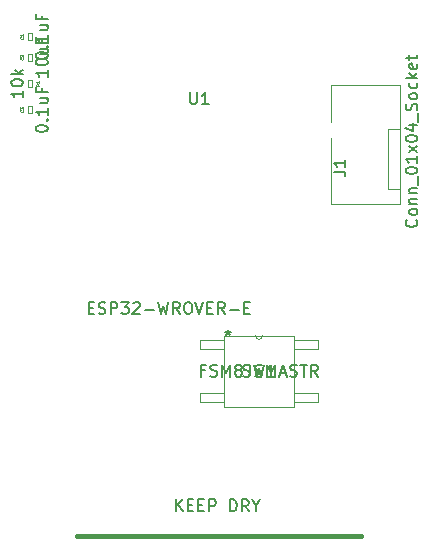
<source format=gbr>
G04 #@! TF.GenerationSoftware,KiCad,Pcbnew,7.0.8*
G04 #@! TF.CreationDate,2024-01-24T14:29:51-05:00*
G04 #@! TF.ProjectId,ESP32 Soil Moisture Sensor,45535033-3220-4536-9f69-6c204d6f6973,rev?*
G04 #@! TF.SameCoordinates,Original*
G04 #@! TF.FileFunction,AssemblyDrawing,Top*
%FSLAX46Y46*%
G04 Gerber Fmt 4.6, Leading zero omitted, Abs format (unit mm)*
G04 Created by KiCad (PCBNEW 7.0.8) date 2024-01-24 14:29:51*
%MOMM*%
%LPD*%
G01*
G04 APERTURE LIST*
%ADD10C,0.200000*%
%ADD11C,0.400000*%
%ADD12C,0.150000*%
%ADD13C,0.040000*%
%ADD14C,0.025400*%
%ADD15C,0.100000*%
G04 APERTURE END LIST*
D10*
X145369673Y-109867219D02*
X145369673Y-108867219D01*
X145941101Y-109867219D02*
X145512530Y-109295790D01*
X145941101Y-108867219D02*
X145369673Y-109438647D01*
X146369673Y-109343409D02*
X146703006Y-109343409D01*
X146845863Y-109867219D02*
X146369673Y-109867219D01*
X146369673Y-109867219D02*
X146369673Y-108867219D01*
X146369673Y-108867219D02*
X146845863Y-108867219D01*
X147274435Y-109343409D02*
X147607768Y-109343409D01*
X147750625Y-109867219D02*
X147274435Y-109867219D01*
X147274435Y-109867219D02*
X147274435Y-108867219D01*
X147274435Y-108867219D02*
X147750625Y-108867219D01*
X148179197Y-109867219D02*
X148179197Y-108867219D01*
X148179197Y-108867219D02*
X148560149Y-108867219D01*
X148560149Y-108867219D02*
X148655387Y-108914838D01*
X148655387Y-108914838D02*
X148703006Y-108962457D01*
X148703006Y-108962457D02*
X148750625Y-109057695D01*
X148750625Y-109057695D02*
X148750625Y-109200552D01*
X148750625Y-109200552D02*
X148703006Y-109295790D01*
X148703006Y-109295790D02*
X148655387Y-109343409D01*
X148655387Y-109343409D02*
X148560149Y-109391028D01*
X148560149Y-109391028D02*
X148179197Y-109391028D01*
X149941102Y-109867219D02*
X149941102Y-108867219D01*
X149941102Y-108867219D02*
X150179197Y-108867219D01*
X150179197Y-108867219D02*
X150322054Y-108914838D01*
X150322054Y-108914838D02*
X150417292Y-109010076D01*
X150417292Y-109010076D02*
X150464911Y-109105314D01*
X150464911Y-109105314D02*
X150512530Y-109295790D01*
X150512530Y-109295790D02*
X150512530Y-109438647D01*
X150512530Y-109438647D02*
X150464911Y-109629123D01*
X150464911Y-109629123D02*
X150417292Y-109724361D01*
X150417292Y-109724361D02*
X150322054Y-109819600D01*
X150322054Y-109819600D02*
X150179197Y-109867219D01*
X150179197Y-109867219D02*
X149941102Y-109867219D01*
X151512530Y-109867219D02*
X151179197Y-109391028D01*
X150941102Y-109867219D02*
X150941102Y-108867219D01*
X150941102Y-108867219D02*
X151322054Y-108867219D01*
X151322054Y-108867219D02*
X151417292Y-108914838D01*
X151417292Y-108914838D02*
X151464911Y-108962457D01*
X151464911Y-108962457D02*
X151512530Y-109057695D01*
X151512530Y-109057695D02*
X151512530Y-109200552D01*
X151512530Y-109200552D02*
X151464911Y-109295790D01*
X151464911Y-109295790D02*
X151417292Y-109343409D01*
X151417292Y-109343409D02*
X151322054Y-109391028D01*
X151322054Y-109391028D02*
X150941102Y-109391028D01*
X152131578Y-109391028D02*
X152131578Y-109867219D01*
X151798245Y-108867219D02*
X152131578Y-109391028D01*
X152131578Y-109391028D02*
X152464911Y-108867219D01*
D11*
X137000000Y-112000000D02*
X161000000Y-112000000D01*
D12*
X147804761Y-97931009D02*
X147471428Y-97931009D01*
X147471428Y-98454819D02*
X147471428Y-97454819D01*
X147471428Y-97454819D02*
X147947618Y-97454819D01*
X148280952Y-98407200D02*
X148423809Y-98454819D01*
X148423809Y-98454819D02*
X148661904Y-98454819D01*
X148661904Y-98454819D02*
X148757142Y-98407200D01*
X148757142Y-98407200D02*
X148804761Y-98359580D01*
X148804761Y-98359580D02*
X148852380Y-98264342D01*
X148852380Y-98264342D02*
X148852380Y-98169104D01*
X148852380Y-98169104D02*
X148804761Y-98073866D01*
X148804761Y-98073866D02*
X148757142Y-98026247D01*
X148757142Y-98026247D02*
X148661904Y-97978628D01*
X148661904Y-97978628D02*
X148471428Y-97931009D01*
X148471428Y-97931009D02*
X148376190Y-97883390D01*
X148376190Y-97883390D02*
X148328571Y-97835771D01*
X148328571Y-97835771D02*
X148280952Y-97740533D01*
X148280952Y-97740533D02*
X148280952Y-97645295D01*
X148280952Y-97645295D02*
X148328571Y-97550057D01*
X148328571Y-97550057D02*
X148376190Y-97502438D01*
X148376190Y-97502438D02*
X148471428Y-97454819D01*
X148471428Y-97454819D02*
X148709523Y-97454819D01*
X148709523Y-97454819D02*
X148852380Y-97502438D01*
X149280952Y-98454819D02*
X149280952Y-97454819D01*
X149280952Y-97454819D02*
X149614285Y-98169104D01*
X149614285Y-98169104D02*
X149947618Y-97454819D01*
X149947618Y-97454819D02*
X149947618Y-98454819D01*
X150566666Y-97883390D02*
X150471428Y-97835771D01*
X150471428Y-97835771D02*
X150423809Y-97788152D01*
X150423809Y-97788152D02*
X150376190Y-97692914D01*
X150376190Y-97692914D02*
X150376190Y-97645295D01*
X150376190Y-97645295D02*
X150423809Y-97550057D01*
X150423809Y-97550057D02*
X150471428Y-97502438D01*
X150471428Y-97502438D02*
X150566666Y-97454819D01*
X150566666Y-97454819D02*
X150757142Y-97454819D01*
X150757142Y-97454819D02*
X150852380Y-97502438D01*
X150852380Y-97502438D02*
X150899999Y-97550057D01*
X150899999Y-97550057D02*
X150947618Y-97645295D01*
X150947618Y-97645295D02*
X150947618Y-97692914D01*
X150947618Y-97692914D02*
X150899999Y-97788152D01*
X150899999Y-97788152D02*
X150852380Y-97835771D01*
X150852380Y-97835771D02*
X150757142Y-97883390D01*
X150757142Y-97883390D02*
X150566666Y-97883390D01*
X150566666Y-97883390D02*
X150471428Y-97931009D01*
X150471428Y-97931009D02*
X150423809Y-97978628D01*
X150423809Y-97978628D02*
X150376190Y-98073866D01*
X150376190Y-98073866D02*
X150376190Y-98264342D01*
X150376190Y-98264342D02*
X150423809Y-98359580D01*
X150423809Y-98359580D02*
X150471428Y-98407200D01*
X150471428Y-98407200D02*
X150566666Y-98454819D01*
X150566666Y-98454819D02*
X150757142Y-98454819D01*
X150757142Y-98454819D02*
X150852380Y-98407200D01*
X150852380Y-98407200D02*
X150899999Y-98359580D01*
X150899999Y-98359580D02*
X150947618Y-98264342D01*
X150947618Y-98264342D02*
X150947618Y-98073866D01*
X150947618Y-98073866D02*
X150899999Y-97978628D01*
X150899999Y-97978628D02*
X150852380Y-97931009D01*
X150852380Y-97931009D02*
X150757142Y-97883390D01*
X151661904Y-97454819D02*
X151661904Y-98169104D01*
X151661904Y-98169104D02*
X151614285Y-98311961D01*
X151614285Y-98311961D02*
X151519047Y-98407200D01*
X151519047Y-98407200D02*
X151376190Y-98454819D01*
X151376190Y-98454819D02*
X151280952Y-98454819D01*
X152090476Y-98407200D02*
X152233333Y-98454819D01*
X152233333Y-98454819D02*
X152471428Y-98454819D01*
X152471428Y-98454819D02*
X152566666Y-98407200D01*
X152566666Y-98407200D02*
X152614285Y-98359580D01*
X152614285Y-98359580D02*
X152661904Y-98264342D01*
X152661904Y-98264342D02*
X152661904Y-98169104D01*
X152661904Y-98169104D02*
X152614285Y-98073866D01*
X152614285Y-98073866D02*
X152566666Y-98026247D01*
X152566666Y-98026247D02*
X152471428Y-97978628D01*
X152471428Y-97978628D02*
X152280952Y-97931009D01*
X152280952Y-97931009D02*
X152185714Y-97883390D01*
X152185714Y-97883390D02*
X152138095Y-97835771D01*
X152138095Y-97835771D02*
X152090476Y-97740533D01*
X152090476Y-97740533D02*
X152090476Y-97645295D01*
X152090476Y-97645295D02*
X152138095Y-97550057D01*
X152138095Y-97550057D02*
X152185714Y-97502438D01*
X152185714Y-97502438D02*
X152280952Y-97454819D01*
X152280952Y-97454819D02*
X152519047Y-97454819D01*
X152519047Y-97454819D02*
X152661904Y-97502438D01*
X153090476Y-98454819D02*
X153090476Y-97454819D01*
X153090476Y-97454819D02*
X153423809Y-98169104D01*
X153423809Y-98169104D02*
X153757142Y-97454819D01*
X153757142Y-97454819D02*
X153757142Y-98454819D01*
X154185714Y-98169104D02*
X154661904Y-98169104D01*
X154090476Y-98454819D02*
X154423809Y-97454819D01*
X154423809Y-97454819D02*
X154757142Y-98454819D01*
X155042857Y-98407200D02*
X155185714Y-98454819D01*
X155185714Y-98454819D02*
X155423809Y-98454819D01*
X155423809Y-98454819D02*
X155519047Y-98407200D01*
X155519047Y-98407200D02*
X155566666Y-98359580D01*
X155566666Y-98359580D02*
X155614285Y-98264342D01*
X155614285Y-98264342D02*
X155614285Y-98169104D01*
X155614285Y-98169104D02*
X155566666Y-98073866D01*
X155566666Y-98073866D02*
X155519047Y-98026247D01*
X155519047Y-98026247D02*
X155423809Y-97978628D01*
X155423809Y-97978628D02*
X155233333Y-97931009D01*
X155233333Y-97931009D02*
X155138095Y-97883390D01*
X155138095Y-97883390D02*
X155090476Y-97835771D01*
X155090476Y-97835771D02*
X155042857Y-97740533D01*
X155042857Y-97740533D02*
X155042857Y-97645295D01*
X155042857Y-97645295D02*
X155090476Y-97550057D01*
X155090476Y-97550057D02*
X155138095Y-97502438D01*
X155138095Y-97502438D02*
X155233333Y-97454819D01*
X155233333Y-97454819D02*
X155471428Y-97454819D01*
X155471428Y-97454819D02*
X155614285Y-97502438D01*
X155900000Y-97454819D02*
X156471428Y-97454819D01*
X156185714Y-98454819D02*
X156185714Y-97454819D01*
X157376190Y-98454819D02*
X157042857Y-97978628D01*
X156804762Y-98454819D02*
X156804762Y-97454819D01*
X156804762Y-97454819D02*
X157185714Y-97454819D01*
X157185714Y-97454819D02*
X157280952Y-97502438D01*
X157280952Y-97502438D02*
X157328571Y-97550057D01*
X157328571Y-97550057D02*
X157376190Y-97645295D01*
X157376190Y-97645295D02*
X157376190Y-97788152D01*
X157376190Y-97788152D02*
X157328571Y-97883390D01*
X157328571Y-97883390D02*
X157280952Y-97931009D01*
X157280952Y-97931009D02*
X157185714Y-97978628D01*
X157185714Y-97978628D02*
X156804762Y-97978628D01*
X151066667Y-98407200D02*
X151209524Y-98454819D01*
X151209524Y-98454819D02*
X151447619Y-98454819D01*
X151447619Y-98454819D02*
X151542857Y-98407200D01*
X151542857Y-98407200D02*
X151590476Y-98359580D01*
X151590476Y-98359580D02*
X151638095Y-98264342D01*
X151638095Y-98264342D02*
X151638095Y-98169104D01*
X151638095Y-98169104D02*
X151590476Y-98073866D01*
X151590476Y-98073866D02*
X151542857Y-98026247D01*
X151542857Y-98026247D02*
X151447619Y-97978628D01*
X151447619Y-97978628D02*
X151257143Y-97931009D01*
X151257143Y-97931009D02*
X151161905Y-97883390D01*
X151161905Y-97883390D02*
X151114286Y-97835771D01*
X151114286Y-97835771D02*
X151066667Y-97740533D01*
X151066667Y-97740533D02*
X151066667Y-97645295D01*
X151066667Y-97645295D02*
X151114286Y-97550057D01*
X151114286Y-97550057D02*
X151161905Y-97502438D01*
X151161905Y-97502438D02*
X151257143Y-97454819D01*
X151257143Y-97454819D02*
X151495238Y-97454819D01*
X151495238Y-97454819D02*
X151638095Y-97502438D01*
X151971429Y-97454819D02*
X152209524Y-98454819D01*
X152209524Y-98454819D02*
X152400000Y-97740533D01*
X152400000Y-97740533D02*
X152590476Y-98454819D01*
X152590476Y-98454819D02*
X152828572Y-97454819D01*
X153733333Y-98454819D02*
X153161905Y-98454819D01*
X153447619Y-98454819D02*
X153447619Y-97454819D01*
X153447619Y-97454819D02*
X153352381Y-97597676D01*
X153352381Y-97597676D02*
X153257143Y-97692914D01*
X153257143Y-97692914D02*
X153161905Y-97740533D01*
X149783800Y-94533819D02*
X149783800Y-94771914D01*
X149545705Y-94676676D02*
X149783800Y-94771914D01*
X149783800Y-94771914D02*
X150021895Y-94676676D01*
X149640943Y-94962390D02*
X149783800Y-94771914D01*
X149783800Y-94771914D02*
X149926657Y-94962390D01*
X149783800Y-94533819D02*
X149783800Y-94771914D01*
X149545705Y-94676676D02*
X149783800Y-94771914D01*
X149783800Y-94771914D02*
X150021895Y-94676676D01*
X149640943Y-94962390D02*
X149783800Y-94771914D01*
X149783800Y-94771914D02*
X149926657Y-94962390D01*
X165709580Y-85165239D02*
X165757200Y-85212858D01*
X165757200Y-85212858D02*
X165804819Y-85355715D01*
X165804819Y-85355715D02*
X165804819Y-85450953D01*
X165804819Y-85450953D02*
X165757200Y-85593810D01*
X165757200Y-85593810D02*
X165661961Y-85689048D01*
X165661961Y-85689048D02*
X165566723Y-85736667D01*
X165566723Y-85736667D02*
X165376247Y-85784286D01*
X165376247Y-85784286D02*
X165233390Y-85784286D01*
X165233390Y-85784286D02*
X165042914Y-85736667D01*
X165042914Y-85736667D02*
X164947676Y-85689048D01*
X164947676Y-85689048D02*
X164852438Y-85593810D01*
X164852438Y-85593810D02*
X164804819Y-85450953D01*
X164804819Y-85450953D02*
X164804819Y-85355715D01*
X164804819Y-85355715D02*
X164852438Y-85212858D01*
X164852438Y-85212858D02*
X164900057Y-85165239D01*
X165804819Y-84593810D02*
X165757200Y-84689048D01*
X165757200Y-84689048D02*
X165709580Y-84736667D01*
X165709580Y-84736667D02*
X165614342Y-84784286D01*
X165614342Y-84784286D02*
X165328628Y-84784286D01*
X165328628Y-84784286D02*
X165233390Y-84736667D01*
X165233390Y-84736667D02*
X165185771Y-84689048D01*
X165185771Y-84689048D02*
X165138152Y-84593810D01*
X165138152Y-84593810D02*
X165138152Y-84450953D01*
X165138152Y-84450953D02*
X165185771Y-84355715D01*
X165185771Y-84355715D02*
X165233390Y-84308096D01*
X165233390Y-84308096D02*
X165328628Y-84260477D01*
X165328628Y-84260477D02*
X165614342Y-84260477D01*
X165614342Y-84260477D02*
X165709580Y-84308096D01*
X165709580Y-84308096D02*
X165757200Y-84355715D01*
X165757200Y-84355715D02*
X165804819Y-84450953D01*
X165804819Y-84450953D02*
X165804819Y-84593810D01*
X165138152Y-83831905D02*
X165804819Y-83831905D01*
X165233390Y-83831905D02*
X165185771Y-83784286D01*
X165185771Y-83784286D02*
X165138152Y-83689048D01*
X165138152Y-83689048D02*
X165138152Y-83546191D01*
X165138152Y-83546191D02*
X165185771Y-83450953D01*
X165185771Y-83450953D02*
X165281009Y-83403334D01*
X165281009Y-83403334D02*
X165804819Y-83403334D01*
X165138152Y-82927143D02*
X165804819Y-82927143D01*
X165233390Y-82927143D02*
X165185771Y-82879524D01*
X165185771Y-82879524D02*
X165138152Y-82784286D01*
X165138152Y-82784286D02*
X165138152Y-82641429D01*
X165138152Y-82641429D02*
X165185771Y-82546191D01*
X165185771Y-82546191D02*
X165281009Y-82498572D01*
X165281009Y-82498572D02*
X165804819Y-82498572D01*
X165900057Y-82260477D02*
X165900057Y-81498572D01*
X164804819Y-81070000D02*
X164804819Y-80974762D01*
X164804819Y-80974762D02*
X164852438Y-80879524D01*
X164852438Y-80879524D02*
X164900057Y-80831905D01*
X164900057Y-80831905D02*
X164995295Y-80784286D01*
X164995295Y-80784286D02*
X165185771Y-80736667D01*
X165185771Y-80736667D02*
X165423866Y-80736667D01*
X165423866Y-80736667D02*
X165614342Y-80784286D01*
X165614342Y-80784286D02*
X165709580Y-80831905D01*
X165709580Y-80831905D02*
X165757200Y-80879524D01*
X165757200Y-80879524D02*
X165804819Y-80974762D01*
X165804819Y-80974762D02*
X165804819Y-81070000D01*
X165804819Y-81070000D02*
X165757200Y-81165238D01*
X165757200Y-81165238D02*
X165709580Y-81212857D01*
X165709580Y-81212857D02*
X165614342Y-81260476D01*
X165614342Y-81260476D02*
X165423866Y-81308095D01*
X165423866Y-81308095D02*
X165185771Y-81308095D01*
X165185771Y-81308095D02*
X164995295Y-81260476D01*
X164995295Y-81260476D02*
X164900057Y-81212857D01*
X164900057Y-81212857D02*
X164852438Y-81165238D01*
X164852438Y-81165238D02*
X164804819Y-81070000D01*
X165804819Y-79784286D02*
X165804819Y-80355714D01*
X165804819Y-80070000D02*
X164804819Y-80070000D01*
X164804819Y-80070000D02*
X164947676Y-80165238D01*
X164947676Y-80165238D02*
X165042914Y-80260476D01*
X165042914Y-80260476D02*
X165090533Y-80355714D01*
X165804819Y-79450952D02*
X165138152Y-78927143D01*
X165138152Y-79450952D02*
X165804819Y-78927143D01*
X164804819Y-78355714D02*
X164804819Y-78260476D01*
X164804819Y-78260476D02*
X164852438Y-78165238D01*
X164852438Y-78165238D02*
X164900057Y-78117619D01*
X164900057Y-78117619D02*
X164995295Y-78070000D01*
X164995295Y-78070000D02*
X165185771Y-78022381D01*
X165185771Y-78022381D02*
X165423866Y-78022381D01*
X165423866Y-78022381D02*
X165614342Y-78070000D01*
X165614342Y-78070000D02*
X165709580Y-78117619D01*
X165709580Y-78117619D02*
X165757200Y-78165238D01*
X165757200Y-78165238D02*
X165804819Y-78260476D01*
X165804819Y-78260476D02*
X165804819Y-78355714D01*
X165804819Y-78355714D02*
X165757200Y-78450952D01*
X165757200Y-78450952D02*
X165709580Y-78498571D01*
X165709580Y-78498571D02*
X165614342Y-78546190D01*
X165614342Y-78546190D02*
X165423866Y-78593809D01*
X165423866Y-78593809D02*
X165185771Y-78593809D01*
X165185771Y-78593809D02*
X164995295Y-78546190D01*
X164995295Y-78546190D02*
X164900057Y-78498571D01*
X164900057Y-78498571D02*
X164852438Y-78450952D01*
X164852438Y-78450952D02*
X164804819Y-78355714D01*
X165138152Y-77165238D02*
X165804819Y-77165238D01*
X164757200Y-77403333D02*
X165471485Y-77641428D01*
X165471485Y-77641428D02*
X165471485Y-77022381D01*
X165900057Y-76879524D02*
X165900057Y-76117619D01*
X165757200Y-75927142D02*
X165804819Y-75784285D01*
X165804819Y-75784285D02*
X165804819Y-75546190D01*
X165804819Y-75546190D02*
X165757200Y-75450952D01*
X165757200Y-75450952D02*
X165709580Y-75403333D01*
X165709580Y-75403333D02*
X165614342Y-75355714D01*
X165614342Y-75355714D02*
X165519104Y-75355714D01*
X165519104Y-75355714D02*
X165423866Y-75403333D01*
X165423866Y-75403333D02*
X165376247Y-75450952D01*
X165376247Y-75450952D02*
X165328628Y-75546190D01*
X165328628Y-75546190D02*
X165281009Y-75736666D01*
X165281009Y-75736666D02*
X165233390Y-75831904D01*
X165233390Y-75831904D02*
X165185771Y-75879523D01*
X165185771Y-75879523D02*
X165090533Y-75927142D01*
X165090533Y-75927142D02*
X164995295Y-75927142D01*
X164995295Y-75927142D02*
X164900057Y-75879523D01*
X164900057Y-75879523D02*
X164852438Y-75831904D01*
X164852438Y-75831904D02*
X164804819Y-75736666D01*
X164804819Y-75736666D02*
X164804819Y-75498571D01*
X164804819Y-75498571D02*
X164852438Y-75355714D01*
X165804819Y-74784285D02*
X165757200Y-74879523D01*
X165757200Y-74879523D02*
X165709580Y-74927142D01*
X165709580Y-74927142D02*
X165614342Y-74974761D01*
X165614342Y-74974761D02*
X165328628Y-74974761D01*
X165328628Y-74974761D02*
X165233390Y-74927142D01*
X165233390Y-74927142D02*
X165185771Y-74879523D01*
X165185771Y-74879523D02*
X165138152Y-74784285D01*
X165138152Y-74784285D02*
X165138152Y-74641428D01*
X165138152Y-74641428D02*
X165185771Y-74546190D01*
X165185771Y-74546190D02*
X165233390Y-74498571D01*
X165233390Y-74498571D02*
X165328628Y-74450952D01*
X165328628Y-74450952D02*
X165614342Y-74450952D01*
X165614342Y-74450952D02*
X165709580Y-74498571D01*
X165709580Y-74498571D02*
X165757200Y-74546190D01*
X165757200Y-74546190D02*
X165804819Y-74641428D01*
X165804819Y-74641428D02*
X165804819Y-74784285D01*
X165757200Y-73593809D02*
X165804819Y-73689047D01*
X165804819Y-73689047D02*
X165804819Y-73879523D01*
X165804819Y-73879523D02*
X165757200Y-73974761D01*
X165757200Y-73974761D02*
X165709580Y-74022380D01*
X165709580Y-74022380D02*
X165614342Y-74069999D01*
X165614342Y-74069999D02*
X165328628Y-74069999D01*
X165328628Y-74069999D02*
X165233390Y-74022380D01*
X165233390Y-74022380D02*
X165185771Y-73974761D01*
X165185771Y-73974761D02*
X165138152Y-73879523D01*
X165138152Y-73879523D02*
X165138152Y-73689047D01*
X165138152Y-73689047D02*
X165185771Y-73593809D01*
X165804819Y-73165237D02*
X164804819Y-73165237D01*
X165423866Y-73069999D02*
X165804819Y-72784285D01*
X165138152Y-72784285D02*
X165519104Y-73165237D01*
X165757200Y-71974761D02*
X165804819Y-72069999D01*
X165804819Y-72069999D02*
X165804819Y-72260475D01*
X165804819Y-72260475D02*
X165757200Y-72355713D01*
X165757200Y-72355713D02*
X165661961Y-72403332D01*
X165661961Y-72403332D02*
X165281009Y-72403332D01*
X165281009Y-72403332D02*
X165185771Y-72355713D01*
X165185771Y-72355713D02*
X165138152Y-72260475D01*
X165138152Y-72260475D02*
X165138152Y-72069999D01*
X165138152Y-72069999D02*
X165185771Y-71974761D01*
X165185771Y-71974761D02*
X165281009Y-71927142D01*
X165281009Y-71927142D02*
X165376247Y-71927142D01*
X165376247Y-71927142D02*
X165471485Y-72403332D01*
X165138152Y-71641427D02*
X165138152Y-71260475D01*
X164804819Y-71498570D02*
X165661961Y-71498570D01*
X165661961Y-71498570D02*
X165757200Y-71450951D01*
X165757200Y-71450951D02*
X165804819Y-71355713D01*
X165804819Y-71355713D02*
X165804819Y-71260475D01*
X158704819Y-81103333D02*
X159419104Y-81103333D01*
X159419104Y-81103333D02*
X159561961Y-81150952D01*
X159561961Y-81150952D02*
X159657200Y-81246190D01*
X159657200Y-81246190D02*
X159704819Y-81389047D01*
X159704819Y-81389047D02*
X159704819Y-81484285D01*
X159704819Y-80103333D02*
X159704819Y-80674761D01*
X159704819Y-80389047D02*
X158704819Y-80389047D01*
X158704819Y-80389047D02*
X158847676Y-80484285D01*
X158847676Y-80484285D02*
X158942914Y-80579523D01*
X158942914Y-80579523D02*
X158990533Y-80674761D01*
X133509819Y-77497856D02*
X133509819Y-77402618D01*
X133509819Y-77402618D02*
X133557438Y-77307380D01*
X133557438Y-77307380D02*
X133605057Y-77259761D01*
X133605057Y-77259761D02*
X133700295Y-77212142D01*
X133700295Y-77212142D02*
X133890771Y-77164523D01*
X133890771Y-77164523D02*
X134128866Y-77164523D01*
X134128866Y-77164523D02*
X134319342Y-77212142D01*
X134319342Y-77212142D02*
X134414580Y-77259761D01*
X134414580Y-77259761D02*
X134462200Y-77307380D01*
X134462200Y-77307380D02*
X134509819Y-77402618D01*
X134509819Y-77402618D02*
X134509819Y-77497856D01*
X134509819Y-77497856D02*
X134462200Y-77593094D01*
X134462200Y-77593094D02*
X134414580Y-77640713D01*
X134414580Y-77640713D02*
X134319342Y-77688332D01*
X134319342Y-77688332D02*
X134128866Y-77735951D01*
X134128866Y-77735951D02*
X133890771Y-77735951D01*
X133890771Y-77735951D02*
X133700295Y-77688332D01*
X133700295Y-77688332D02*
X133605057Y-77640713D01*
X133605057Y-77640713D02*
X133557438Y-77593094D01*
X133557438Y-77593094D02*
X133509819Y-77497856D01*
X134414580Y-76735951D02*
X134462200Y-76688332D01*
X134462200Y-76688332D02*
X134509819Y-76735951D01*
X134509819Y-76735951D02*
X134462200Y-76783570D01*
X134462200Y-76783570D02*
X134414580Y-76735951D01*
X134414580Y-76735951D02*
X134509819Y-76735951D01*
X134509819Y-75735952D02*
X134509819Y-76307380D01*
X134509819Y-76021666D02*
X133509819Y-76021666D01*
X133509819Y-76021666D02*
X133652676Y-76116904D01*
X133652676Y-76116904D02*
X133747914Y-76212142D01*
X133747914Y-76212142D02*
X133795533Y-76307380D01*
X133843152Y-74878809D02*
X134509819Y-74878809D01*
X133843152Y-75307380D02*
X134366961Y-75307380D01*
X134366961Y-75307380D02*
X134462200Y-75259761D01*
X134462200Y-75259761D02*
X134509819Y-75164523D01*
X134509819Y-75164523D02*
X134509819Y-75021666D01*
X134509819Y-75021666D02*
X134462200Y-74926428D01*
X134462200Y-74926428D02*
X134414580Y-74878809D01*
X133986009Y-74069285D02*
X133986009Y-74402618D01*
X134509819Y-74402618D02*
X133509819Y-74402618D01*
X133509819Y-74402618D02*
X133509819Y-73926428D01*
D13*
X132414765Y-75896666D02*
X132426670Y-75908570D01*
X132426670Y-75908570D02*
X132438574Y-75944285D01*
X132438574Y-75944285D02*
X132438574Y-75968094D01*
X132438574Y-75968094D02*
X132426670Y-76003808D01*
X132426670Y-76003808D02*
X132402860Y-76027618D01*
X132402860Y-76027618D02*
X132379050Y-76039523D01*
X132379050Y-76039523D02*
X132331431Y-76051427D01*
X132331431Y-76051427D02*
X132295717Y-76051427D01*
X132295717Y-76051427D02*
X132248098Y-76039523D01*
X132248098Y-76039523D02*
X132224289Y-76027618D01*
X132224289Y-76027618D02*
X132200479Y-76003808D01*
X132200479Y-76003808D02*
X132188574Y-75968094D01*
X132188574Y-75968094D02*
X132188574Y-75944285D01*
X132188574Y-75944285D02*
X132200479Y-75908570D01*
X132200479Y-75908570D02*
X132212384Y-75896666D01*
X132188574Y-75813332D02*
X132188574Y-75658570D01*
X132188574Y-75658570D02*
X132283812Y-75741904D01*
X132283812Y-75741904D02*
X132283812Y-75706189D01*
X132283812Y-75706189D02*
X132295717Y-75682380D01*
X132295717Y-75682380D02*
X132307622Y-75670475D01*
X132307622Y-75670475D02*
X132331431Y-75658570D01*
X132331431Y-75658570D02*
X132390955Y-75658570D01*
X132390955Y-75658570D02*
X132414765Y-75670475D01*
X132414765Y-75670475D02*
X132426670Y-75682380D01*
X132426670Y-75682380D02*
X132438574Y-75706189D01*
X132438574Y-75706189D02*
X132438574Y-75777618D01*
X132438574Y-75777618D02*
X132426670Y-75801427D01*
X132426670Y-75801427D02*
X132414765Y-75813332D01*
D12*
X137970476Y-92641009D02*
X138303809Y-92641009D01*
X138446666Y-93164819D02*
X137970476Y-93164819D01*
X137970476Y-93164819D02*
X137970476Y-92164819D01*
X137970476Y-92164819D02*
X138446666Y-92164819D01*
X138827619Y-93117200D02*
X138970476Y-93164819D01*
X138970476Y-93164819D02*
X139208571Y-93164819D01*
X139208571Y-93164819D02*
X139303809Y-93117200D01*
X139303809Y-93117200D02*
X139351428Y-93069580D01*
X139351428Y-93069580D02*
X139399047Y-92974342D01*
X139399047Y-92974342D02*
X139399047Y-92879104D01*
X139399047Y-92879104D02*
X139351428Y-92783866D01*
X139351428Y-92783866D02*
X139303809Y-92736247D01*
X139303809Y-92736247D02*
X139208571Y-92688628D01*
X139208571Y-92688628D02*
X139018095Y-92641009D01*
X139018095Y-92641009D02*
X138922857Y-92593390D01*
X138922857Y-92593390D02*
X138875238Y-92545771D01*
X138875238Y-92545771D02*
X138827619Y-92450533D01*
X138827619Y-92450533D02*
X138827619Y-92355295D01*
X138827619Y-92355295D02*
X138875238Y-92260057D01*
X138875238Y-92260057D02*
X138922857Y-92212438D01*
X138922857Y-92212438D02*
X139018095Y-92164819D01*
X139018095Y-92164819D02*
X139256190Y-92164819D01*
X139256190Y-92164819D02*
X139399047Y-92212438D01*
X139827619Y-93164819D02*
X139827619Y-92164819D01*
X139827619Y-92164819D02*
X140208571Y-92164819D01*
X140208571Y-92164819D02*
X140303809Y-92212438D01*
X140303809Y-92212438D02*
X140351428Y-92260057D01*
X140351428Y-92260057D02*
X140399047Y-92355295D01*
X140399047Y-92355295D02*
X140399047Y-92498152D01*
X140399047Y-92498152D02*
X140351428Y-92593390D01*
X140351428Y-92593390D02*
X140303809Y-92641009D01*
X140303809Y-92641009D02*
X140208571Y-92688628D01*
X140208571Y-92688628D02*
X139827619Y-92688628D01*
X140732381Y-92164819D02*
X141351428Y-92164819D01*
X141351428Y-92164819D02*
X141018095Y-92545771D01*
X141018095Y-92545771D02*
X141160952Y-92545771D01*
X141160952Y-92545771D02*
X141256190Y-92593390D01*
X141256190Y-92593390D02*
X141303809Y-92641009D01*
X141303809Y-92641009D02*
X141351428Y-92736247D01*
X141351428Y-92736247D02*
X141351428Y-92974342D01*
X141351428Y-92974342D02*
X141303809Y-93069580D01*
X141303809Y-93069580D02*
X141256190Y-93117200D01*
X141256190Y-93117200D02*
X141160952Y-93164819D01*
X141160952Y-93164819D02*
X140875238Y-93164819D01*
X140875238Y-93164819D02*
X140780000Y-93117200D01*
X140780000Y-93117200D02*
X140732381Y-93069580D01*
X141732381Y-92260057D02*
X141780000Y-92212438D01*
X141780000Y-92212438D02*
X141875238Y-92164819D01*
X141875238Y-92164819D02*
X142113333Y-92164819D01*
X142113333Y-92164819D02*
X142208571Y-92212438D01*
X142208571Y-92212438D02*
X142256190Y-92260057D01*
X142256190Y-92260057D02*
X142303809Y-92355295D01*
X142303809Y-92355295D02*
X142303809Y-92450533D01*
X142303809Y-92450533D02*
X142256190Y-92593390D01*
X142256190Y-92593390D02*
X141684762Y-93164819D01*
X141684762Y-93164819D02*
X142303809Y-93164819D01*
X142732381Y-92783866D02*
X143494286Y-92783866D01*
X143875238Y-92164819D02*
X144113333Y-93164819D01*
X144113333Y-93164819D02*
X144303809Y-92450533D01*
X144303809Y-92450533D02*
X144494285Y-93164819D01*
X144494285Y-93164819D02*
X144732381Y-92164819D01*
X145684761Y-93164819D02*
X145351428Y-92688628D01*
X145113333Y-93164819D02*
X145113333Y-92164819D01*
X145113333Y-92164819D02*
X145494285Y-92164819D01*
X145494285Y-92164819D02*
X145589523Y-92212438D01*
X145589523Y-92212438D02*
X145637142Y-92260057D01*
X145637142Y-92260057D02*
X145684761Y-92355295D01*
X145684761Y-92355295D02*
X145684761Y-92498152D01*
X145684761Y-92498152D02*
X145637142Y-92593390D01*
X145637142Y-92593390D02*
X145589523Y-92641009D01*
X145589523Y-92641009D02*
X145494285Y-92688628D01*
X145494285Y-92688628D02*
X145113333Y-92688628D01*
X146303809Y-92164819D02*
X146494285Y-92164819D01*
X146494285Y-92164819D02*
X146589523Y-92212438D01*
X146589523Y-92212438D02*
X146684761Y-92307676D01*
X146684761Y-92307676D02*
X146732380Y-92498152D01*
X146732380Y-92498152D02*
X146732380Y-92831485D01*
X146732380Y-92831485D02*
X146684761Y-93021961D01*
X146684761Y-93021961D02*
X146589523Y-93117200D01*
X146589523Y-93117200D02*
X146494285Y-93164819D01*
X146494285Y-93164819D02*
X146303809Y-93164819D01*
X146303809Y-93164819D02*
X146208571Y-93117200D01*
X146208571Y-93117200D02*
X146113333Y-93021961D01*
X146113333Y-93021961D02*
X146065714Y-92831485D01*
X146065714Y-92831485D02*
X146065714Y-92498152D01*
X146065714Y-92498152D02*
X146113333Y-92307676D01*
X146113333Y-92307676D02*
X146208571Y-92212438D01*
X146208571Y-92212438D02*
X146303809Y-92164819D01*
X147018095Y-92164819D02*
X147351428Y-93164819D01*
X147351428Y-93164819D02*
X147684761Y-92164819D01*
X148018095Y-92641009D02*
X148351428Y-92641009D01*
X148494285Y-93164819D02*
X148018095Y-93164819D01*
X148018095Y-93164819D02*
X148018095Y-92164819D01*
X148018095Y-92164819D02*
X148494285Y-92164819D01*
X149494285Y-93164819D02*
X149160952Y-92688628D01*
X148922857Y-93164819D02*
X148922857Y-92164819D01*
X148922857Y-92164819D02*
X149303809Y-92164819D01*
X149303809Y-92164819D02*
X149399047Y-92212438D01*
X149399047Y-92212438D02*
X149446666Y-92260057D01*
X149446666Y-92260057D02*
X149494285Y-92355295D01*
X149494285Y-92355295D02*
X149494285Y-92498152D01*
X149494285Y-92498152D02*
X149446666Y-92593390D01*
X149446666Y-92593390D02*
X149399047Y-92641009D01*
X149399047Y-92641009D02*
X149303809Y-92688628D01*
X149303809Y-92688628D02*
X148922857Y-92688628D01*
X149922857Y-92783866D02*
X150684762Y-92783866D01*
X151160952Y-92641009D02*
X151494285Y-92641009D01*
X151637142Y-93164819D02*
X151160952Y-93164819D01*
X151160952Y-93164819D02*
X151160952Y-92164819D01*
X151160952Y-92164819D02*
X151637142Y-92164819D01*
X146558095Y-74384819D02*
X146558095Y-75194342D01*
X146558095Y-75194342D02*
X146605714Y-75289580D01*
X146605714Y-75289580D02*
X146653333Y-75337200D01*
X146653333Y-75337200D02*
X146748571Y-75384819D01*
X146748571Y-75384819D02*
X146939047Y-75384819D01*
X146939047Y-75384819D02*
X147034285Y-75337200D01*
X147034285Y-75337200D02*
X147081904Y-75289580D01*
X147081904Y-75289580D02*
X147129523Y-75194342D01*
X147129523Y-75194342D02*
X147129523Y-74384819D01*
X148129523Y-75384819D02*
X147558095Y-75384819D01*
X147843809Y-75384819D02*
X147843809Y-74384819D01*
X147843809Y-74384819D02*
X147748571Y-74527676D01*
X147748571Y-74527676D02*
X147653333Y-74622914D01*
X147653333Y-74622914D02*
X147558095Y-74670533D01*
X134509819Y-72501428D02*
X134509819Y-73072856D01*
X134509819Y-72787142D02*
X133509819Y-72787142D01*
X133509819Y-72787142D02*
X133652676Y-72882380D01*
X133652676Y-72882380D02*
X133747914Y-72977618D01*
X133747914Y-72977618D02*
X133795533Y-73072856D01*
X133509819Y-71882380D02*
X133509819Y-71787142D01*
X133509819Y-71787142D02*
X133557438Y-71691904D01*
X133557438Y-71691904D02*
X133605057Y-71644285D01*
X133605057Y-71644285D02*
X133700295Y-71596666D01*
X133700295Y-71596666D02*
X133890771Y-71549047D01*
X133890771Y-71549047D02*
X134128866Y-71549047D01*
X134128866Y-71549047D02*
X134319342Y-71596666D01*
X134319342Y-71596666D02*
X134414580Y-71644285D01*
X134414580Y-71644285D02*
X134462200Y-71691904D01*
X134462200Y-71691904D02*
X134509819Y-71787142D01*
X134509819Y-71787142D02*
X134509819Y-71882380D01*
X134509819Y-71882380D02*
X134462200Y-71977618D01*
X134462200Y-71977618D02*
X134414580Y-72025237D01*
X134414580Y-72025237D02*
X134319342Y-72072856D01*
X134319342Y-72072856D02*
X134128866Y-72120475D01*
X134128866Y-72120475D02*
X133890771Y-72120475D01*
X133890771Y-72120475D02*
X133700295Y-72072856D01*
X133700295Y-72072856D02*
X133605057Y-72025237D01*
X133605057Y-72025237D02*
X133557438Y-71977618D01*
X133557438Y-71977618D02*
X133509819Y-71882380D01*
X133843152Y-70691904D02*
X134509819Y-70691904D01*
X133843152Y-71120475D02*
X134366961Y-71120475D01*
X134366961Y-71120475D02*
X134462200Y-71072856D01*
X134462200Y-71072856D02*
X134509819Y-70977618D01*
X134509819Y-70977618D02*
X134509819Y-70834761D01*
X134509819Y-70834761D02*
X134462200Y-70739523D01*
X134462200Y-70739523D02*
X134414580Y-70691904D01*
X133986009Y-69882380D02*
X133986009Y-70215713D01*
X134509819Y-70215713D02*
X133509819Y-70215713D01*
X133509819Y-70215713D02*
X133509819Y-69739523D01*
D13*
X132414765Y-71471666D02*
X132426670Y-71483570D01*
X132426670Y-71483570D02*
X132438574Y-71519285D01*
X132438574Y-71519285D02*
X132438574Y-71543094D01*
X132438574Y-71543094D02*
X132426670Y-71578808D01*
X132426670Y-71578808D02*
X132402860Y-71602618D01*
X132402860Y-71602618D02*
X132379050Y-71614523D01*
X132379050Y-71614523D02*
X132331431Y-71626427D01*
X132331431Y-71626427D02*
X132295717Y-71626427D01*
X132295717Y-71626427D02*
X132248098Y-71614523D01*
X132248098Y-71614523D02*
X132224289Y-71602618D01*
X132224289Y-71602618D02*
X132200479Y-71578808D01*
X132200479Y-71578808D02*
X132188574Y-71543094D01*
X132188574Y-71543094D02*
X132188574Y-71519285D01*
X132188574Y-71519285D02*
X132200479Y-71483570D01*
X132200479Y-71483570D02*
X132212384Y-71471666D01*
X132212384Y-71376427D02*
X132200479Y-71364523D01*
X132200479Y-71364523D02*
X132188574Y-71340713D01*
X132188574Y-71340713D02*
X132188574Y-71281189D01*
X132188574Y-71281189D02*
X132200479Y-71257380D01*
X132200479Y-71257380D02*
X132212384Y-71245475D01*
X132212384Y-71245475D02*
X132236193Y-71233570D01*
X132236193Y-71233570D02*
X132260003Y-71233570D01*
X132260003Y-71233570D02*
X132295717Y-71245475D01*
X132295717Y-71245475D02*
X132438574Y-71388332D01*
X132438574Y-71388332D02*
X132438574Y-71233570D01*
D12*
X132409819Y-74255238D02*
X132409819Y-74826666D01*
X132409819Y-74540952D02*
X131409819Y-74540952D01*
X131409819Y-74540952D02*
X131552676Y-74636190D01*
X131552676Y-74636190D02*
X131647914Y-74731428D01*
X131647914Y-74731428D02*
X131695533Y-74826666D01*
X131409819Y-73636190D02*
X131409819Y-73540952D01*
X131409819Y-73540952D02*
X131457438Y-73445714D01*
X131457438Y-73445714D02*
X131505057Y-73398095D01*
X131505057Y-73398095D02*
X131600295Y-73350476D01*
X131600295Y-73350476D02*
X131790771Y-73302857D01*
X131790771Y-73302857D02*
X132028866Y-73302857D01*
X132028866Y-73302857D02*
X132219342Y-73350476D01*
X132219342Y-73350476D02*
X132314580Y-73398095D01*
X132314580Y-73398095D02*
X132362200Y-73445714D01*
X132362200Y-73445714D02*
X132409819Y-73540952D01*
X132409819Y-73540952D02*
X132409819Y-73636190D01*
X132409819Y-73636190D02*
X132362200Y-73731428D01*
X132362200Y-73731428D02*
X132314580Y-73779047D01*
X132314580Y-73779047D02*
X132219342Y-73826666D01*
X132219342Y-73826666D02*
X132028866Y-73874285D01*
X132028866Y-73874285D02*
X131790771Y-73874285D01*
X131790771Y-73874285D02*
X131600295Y-73826666D01*
X131600295Y-73826666D02*
X131505057Y-73779047D01*
X131505057Y-73779047D02*
X131457438Y-73731428D01*
X131457438Y-73731428D02*
X131409819Y-73636190D01*
X132409819Y-72874285D02*
X131409819Y-72874285D01*
X132028866Y-72779047D02*
X132409819Y-72493333D01*
X131743152Y-72493333D02*
X132124104Y-72874285D01*
D13*
X133798574Y-73701666D02*
X133679527Y-73784999D01*
X133798574Y-73844523D02*
X133548574Y-73844523D01*
X133548574Y-73844523D02*
X133548574Y-73749285D01*
X133548574Y-73749285D02*
X133560479Y-73725475D01*
X133560479Y-73725475D02*
X133572384Y-73713570D01*
X133572384Y-73713570D02*
X133596193Y-73701666D01*
X133596193Y-73701666D02*
X133631908Y-73701666D01*
X133631908Y-73701666D02*
X133655717Y-73713570D01*
X133655717Y-73713570D02*
X133667622Y-73725475D01*
X133667622Y-73725475D02*
X133679527Y-73749285D01*
X133679527Y-73749285D02*
X133679527Y-73844523D01*
X133798574Y-73463570D02*
X133798574Y-73606427D01*
X133798574Y-73534999D02*
X133548574Y-73534999D01*
X133548574Y-73534999D02*
X133584289Y-73558808D01*
X133584289Y-73558808D02*
X133608098Y-73582618D01*
X133608098Y-73582618D02*
X133620003Y-73606427D01*
D12*
X133509819Y-71322856D02*
X133509819Y-71227618D01*
X133509819Y-71227618D02*
X133557438Y-71132380D01*
X133557438Y-71132380D02*
X133605057Y-71084761D01*
X133605057Y-71084761D02*
X133700295Y-71037142D01*
X133700295Y-71037142D02*
X133890771Y-70989523D01*
X133890771Y-70989523D02*
X134128866Y-70989523D01*
X134128866Y-70989523D02*
X134319342Y-71037142D01*
X134319342Y-71037142D02*
X134414580Y-71084761D01*
X134414580Y-71084761D02*
X134462200Y-71132380D01*
X134462200Y-71132380D02*
X134509819Y-71227618D01*
X134509819Y-71227618D02*
X134509819Y-71322856D01*
X134509819Y-71322856D02*
X134462200Y-71418094D01*
X134462200Y-71418094D02*
X134414580Y-71465713D01*
X134414580Y-71465713D02*
X134319342Y-71513332D01*
X134319342Y-71513332D02*
X134128866Y-71560951D01*
X134128866Y-71560951D02*
X133890771Y-71560951D01*
X133890771Y-71560951D02*
X133700295Y-71513332D01*
X133700295Y-71513332D02*
X133605057Y-71465713D01*
X133605057Y-71465713D02*
X133557438Y-71418094D01*
X133557438Y-71418094D02*
X133509819Y-71322856D01*
X134414580Y-70560951D02*
X134462200Y-70513332D01*
X134462200Y-70513332D02*
X134509819Y-70560951D01*
X134509819Y-70560951D02*
X134462200Y-70608570D01*
X134462200Y-70608570D02*
X134414580Y-70560951D01*
X134414580Y-70560951D02*
X134509819Y-70560951D01*
X134509819Y-69560952D02*
X134509819Y-70132380D01*
X134509819Y-69846666D02*
X133509819Y-69846666D01*
X133509819Y-69846666D02*
X133652676Y-69941904D01*
X133652676Y-69941904D02*
X133747914Y-70037142D01*
X133747914Y-70037142D02*
X133795533Y-70132380D01*
X133843152Y-68703809D02*
X134509819Y-68703809D01*
X133843152Y-69132380D02*
X134366961Y-69132380D01*
X134366961Y-69132380D02*
X134462200Y-69084761D01*
X134462200Y-69084761D02*
X134509819Y-68989523D01*
X134509819Y-68989523D02*
X134509819Y-68846666D01*
X134509819Y-68846666D02*
X134462200Y-68751428D01*
X134462200Y-68751428D02*
X134414580Y-68703809D01*
X133986009Y-67894285D02*
X133986009Y-68227618D01*
X134509819Y-68227618D02*
X133509819Y-68227618D01*
X133509819Y-68227618D02*
X133509819Y-67751428D01*
D13*
X132414765Y-69721666D02*
X132426670Y-69733570D01*
X132426670Y-69733570D02*
X132438574Y-69769285D01*
X132438574Y-69769285D02*
X132438574Y-69793094D01*
X132438574Y-69793094D02*
X132426670Y-69828808D01*
X132426670Y-69828808D02*
X132402860Y-69852618D01*
X132402860Y-69852618D02*
X132379050Y-69864523D01*
X132379050Y-69864523D02*
X132331431Y-69876427D01*
X132331431Y-69876427D02*
X132295717Y-69876427D01*
X132295717Y-69876427D02*
X132248098Y-69864523D01*
X132248098Y-69864523D02*
X132224289Y-69852618D01*
X132224289Y-69852618D02*
X132200479Y-69828808D01*
X132200479Y-69828808D02*
X132188574Y-69793094D01*
X132188574Y-69793094D02*
X132188574Y-69769285D01*
X132188574Y-69769285D02*
X132200479Y-69733570D01*
X132200479Y-69733570D02*
X132212384Y-69721666D01*
X132438574Y-69483570D02*
X132438574Y-69626427D01*
X132438574Y-69554999D02*
X132188574Y-69554999D01*
X132188574Y-69554999D02*
X132224289Y-69578808D01*
X132224289Y-69578808D02*
X132248098Y-69602618D01*
X132248098Y-69602618D02*
X132260003Y-69626427D01*
D14*
X149402800Y-96107700D02*
X149402800Y-95396500D01*
X149402800Y-95396500D02*
X147396200Y-95396500D01*
X147396200Y-95396500D02*
X147396200Y-96107700D01*
X147396200Y-96107700D02*
X149402800Y-96107700D01*
X149402800Y-100603500D02*
X149402800Y-99892300D01*
X149402800Y-99892300D02*
X147396200Y-99892300D01*
X147396200Y-99892300D02*
X147396200Y-100603500D01*
X147396200Y-100603500D02*
X149402800Y-100603500D01*
X155397200Y-99892300D02*
X155397200Y-100603500D01*
X155397200Y-100603500D02*
X157403800Y-100603500D01*
X157403800Y-100603500D02*
X157403800Y-99892300D01*
X157403800Y-99892300D02*
X155397200Y-99892300D01*
X155397200Y-95396500D02*
X155397200Y-96107700D01*
X155397200Y-96107700D02*
X157403800Y-96107700D01*
X157403800Y-96107700D02*
X157403800Y-95396500D01*
X157403800Y-95396500D02*
X155397200Y-95396500D01*
X149402800Y-100997200D02*
X155397200Y-100997200D01*
X155397200Y-100997200D02*
X155397200Y-95002800D01*
X155397200Y-95002800D02*
X149402800Y-95002800D01*
X149402800Y-95002800D02*
X149402800Y-100997200D01*
X152095200Y-95002800D02*
G75*
G03*
X152704800Y-95002800I304800J0D01*
G01*
D15*
X163300000Y-77520000D02*
X163300000Y-82620000D01*
X158500000Y-73770000D02*
X164300000Y-73770000D01*
X163300000Y-82620000D02*
X164300000Y-82620000D01*
X164300000Y-77520000D02*
X163300000Y-77520000D01*
X158500000Y-83870000D02*
X158500000Y-78220000D01*
X164300000Y-83820000D02*
X164300000Y-83870000D01*
X158500000Y-76870000D02*
X158500000Y-73770000D01*
X164300000Y-73770000D02*
X164300000Y-83820000D01*
X164300000Y-83870000D02*
X158500000Y-83870000D01*
X132855000Y-76155000D02*
X132855000Y-75555000D01*
X133155000Y-76155000D02*
X132855000Y-76155000D01*
X132855000Y-75555000D02*
X133155000Y-75555000D01*
X133155000Y-75555000D02*
X133155000Y-76155000D01*
X132855000Y-71730000D02*
X132855000Y-71130000D01*
X133155000Y-71730000D02*
X132855000Y-71730000D01*
X132855000Y-71130000D02*
X133155000Y-71130000D01*
X133155000Y-71130000D02*
X133155000Y-71730000D01*
X133155000Y-73360000D02*
X133155000Y-73960000D01*
X132855000Y-73360000D02*
X133155000Y-73360000D01*
X133155000Y-73960000D02*
X132855000Y-73960000D01*
X132855000Y-73960000D02*
X132855000Y-73360000D01*
X132855000Y-69980000D02*
X132855000Y-69380000D01*
X133155000Y-69980000D02*
X132855000Y-69980000D01*
X132855000Y-69380000D02*
X133155000Y-69380000D01*
X133155000Y-69380000D02*
X133155000Y-69980000D01*
M02*

</source>
